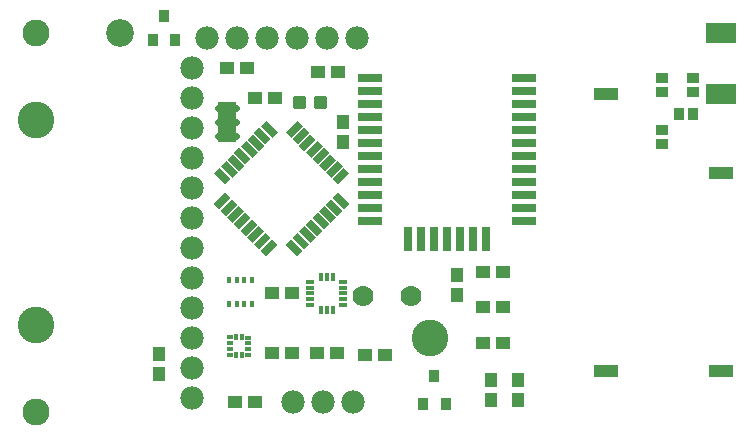
<source format=gts>
G75*
%MOIN*%
%OFA0B0*%
%FSLAX25Y25*%
%IPPOS*%
%LPD*%
%AMOC8*
5,1,8,0,0,1.08239X$1,22.5*
%
%ADD10C,0.12211*%
%ADD11R,0.04731X0.04337*%
%ADD12C,0.01301*%
%ADD13C,0.07800*%
%ADD14R,0.04337X0.04731*%
%ADD15R,0.05400X0.02600*%
%ADD16R,0.02600X0.05400*%
%ADD17R,0.03156X0.01502*%
%ADD18R,0.01502X0.03156*%
%ADD19C,0.02172*%
%ADD20R,0.06040X0.13760*%
%ADD21R,0.08274X0.03156*%
%ADD22R,0.03156X0.08274*%
%ADD23R,0.03746X0.03943*%
%ADD24R,0.03943X0.03746*%
%ADD25C,0.07000*%
%ADD26R,0.03550X0.04337*%
%ADD27R,0.08077X0.04337*%
%ADD28R,0.10243X0.06699*%
%ADD29C,0.09000*%
%ADD30C,0.09258*%
%ADD31R,0.03550X0.03943*%
%ADD32R,0.01778X0.02369*%
%ADD33R,0.01982X0.01568*%
%ADD34R,0.01977X0.01574*%
%ADD35R,0.01984X0.01582*%
%ADD36R,0.01962X0.01581*%
%ADD37R,0.01967X0.01575*%
%ADD38R,0.01967X0.01573*%
%ADD39R,0.01965X0.01582*%
%ADD40R,0.01973X0.01579*%
%ADD41R,0.01570X0.01969*%
%ADD42R,0.01568X0.01974*%
%ADD43R,0.01577X0.01970*%
%ADD44R,0.01582X0.01969*%
D10*
X0036933Y0042921D03*
X0036933Y0111110D03*
X0168035Y0038433D03*
D11*
X0153272Y0032921D03*
X0146579Y0032921D03*
X0137051Y0033315D03*
X0130358Y0033315D03*
X0122051Y0033315D03*
X0115358Y0033315D03*
X0109965Y0017173D03*
X0103272Y0017173D03*
X0115358Y0053315D03*
X0122051Y0053315D03*
X0185949Y0048669D03*
X0192642Y0048669D03*
X0192642Y0036858D03*
X0185949Y0036858D03*
X0185949Y0060480D03*
X0192642Y0060480D03*
X0116539Y0118315D03*
X0109846Y0118315D03*
X0107051Y0128315D03*
X0100358Y0128315D03*
X0130831Y0127016D03*
X0137524Y0127016D03*
D12*
X0130088Y0118416D02*
X0130088Y0115380D01*
X0130088Y0118416D02*
X0133124Y0118416D01*
X0133124Y0115380D01*
X0130088Y0115380D01*
X0130088Y0116680D02*
X0133124Y0116680D01*
X0133124Y0117980D02*
X0130088Y0117980D01*
X0123183Y0118416D02*
X0123183Y0115380D01*
X0123183Y0118416D02*
X0126219Y0118416D01*
X0126219Y0115380D01*
X0123183Y0115380D01*
X0123183Y0116680D02*
X0126219Y0116680D01*
X0126219Y0117980D02*
X0123183Y0117980D01*
D13*
X0123705Y0138315D03*
X0133705Y0138315D03*
X0143705Y0138315D03*
X0113705Y0138315D03*
X0103705Y0138315D03*
X0093705Y0138315D03*
X0088705Y0128315D03*
X0088705Y0118315D03*
X0088705Y0108315D03*
X0088705Y0098315D03*
X0088705Y0088315D03*
X0088705Y0078315D03*
X0088705Y0068315D03*
X0088705Y0058315D03*
X0088705Y0048315D03*
X0088705Y0038315D03*
X0088705Y0028315D03*
X0088705Y0018315D03*
X0122366Y0017173D03*
X0132366Y0017173D03*
X0142366Y0017173D03*
D14*
X0188508Y0017764D03*
X0197563Y0017764D03*
X0197563Y0024457D03*
X0188508Y0024457D03*
X0177091Y0052803D03*
X0177091Y0059496D03*
X0139335Y0103906D03*
X0139335Y0110598D03*
X0077878Y0033118D03*
X0077878Y0026425D03*
D15*
G36*
X0123849Y0065742D02*
X0120032Y0069559D01*
X0121871Y0071398D01*
X0125688Y0067581D01*
X0123849Y0065742D01*
G37*
G36*
X0126076Y0067969D02*
X0122259Y0071786D01*
X0124098Y0073625D01*
X0127915Y0069808D01*
X0126076Y0067969D01*
G37*
G36*
X0128303Y0070196D02*
X0124486Y0074013D01*
X0126325Y0075852D01*
X0130142Y0072035D01*
X0128303Y0070196D01*
G37*
G36*
X0130530Y0072423D02*
X0126713Y0076240D01*
X0128552Y0078079D01*
X0132369Y0074262D01*
X0130530Y0072423D01*
G37*
G36*
X0132757Y0074650D02*
X0128940Y0078467D01*
X0130779Y0080306D01*
X0134596Y0076489D01*
X0132757Y0074650D01*
G37*
G36*
X0134984Y0076878D02*
X0131167Y0080695D01*
X0133006Y0082534D01*
X0136823Y0078717D01*
X0134984Y0076878D01*
G37*
G36*
X0137212Y0079105D02*
X0133395Y0082922D01*
X0135234Y0084761D01*
X0139051Y0080944D01*
X0137212Y0079105D01*
G37*
G36*
X0139439Y0081332D02*
X0135622Y0085149D01*
X0137461Y0086988D01*
X0141278Y0083171D01*
X0139439Y0081332D01*
G37*
G36*
X0108857Y0098551D02*
X0105040Y0102368D01*
X0106879Y0104207D01*
X0110696Y0100390D01*
X0108857Y0098551D01*
G37*
G36*
X0106630Y0096324D02*
X0102813Y0100141D01*
X0104652Y0101980D01*
X0108469Y0098163D01*
X0106630Y0096324D01*
G37*
G36*
X0104403Y0094096D02*
X0100586Y0097913D01*
X0102425Y0099752D01*
X0106242Y0095935D01*
X0104403Y0094096D01*
G37*
G36*
X0102176Y0091869D02*
X0098359Y0095686D01*
X0100198Y0097525D01*
X0104015Y0093708D01*
X0102176Y0091869D01*
G37*
G36*
X0099949Y0089642D02*
X0096132Y0093459D01*
X0097971Y0095298D01*
X0101788Y0091481D01*
X0099949Y0089642D01*
G37*
G36*
X0111084Y0100778D02*
X0107267Y0104595D01*
X0109106Y0106434D01*
X0112923Y0102617D01*
X0111084Y0100778D01*
G37*
G36*
X0113311Y0103005D02*
X0109494Y0106822D01*
X0111333Y0108661D01*
X0115150Y0104844D01*
X0113311Y0103005D01*
G37*
G36*
X0115538Y0105232D02*
X0111721Y0109049D01*
X0113560Y0110888D01*
X0117377Y0107071D01*
X0115538Y0105232D01*
G37*
D16*
G36*
X0121871Y0105232D02*
X0120032Y0107071D01*
X0123849Y0110888D01*
X0125688Y0109049D01*
X0121871Y0105232D01*
G37*
G36*
X0124098Y0103005D02*
X0122259Y0104844D01*
X0126076Y0108661D01*
X0127915Y0106822D01*
X0124098Y0103005D01*
G37*
G36*
X0126325Y0100778D02*
X0124486Y0102617D01*
X0128303Y0106434D01*
X0130142Y0104595D01*
X0126325Y0100778D01*
G37*
G36*
X0128552Y0098551D02*
X0126713Y0100390D01*
X0130530Y0104207D01*
X0132369Y0102368D01*
X0128552Y0098551D01*
G37*
G36*
X0130779Y0096324D02*
X0128940Y0098163D01*
X0132757Y0101980D01*
X0134596Y0100141D01*
X0130779Y0096324D01*
G37*
G36*
X0133006Y0094096D02*
X0131167Y0095935D01*
X0134984Y0099752D01*
X0136823Y0097913D01*
X0133006Y0094096D01*
G37*
G36*
X0135234Y0091869D02*
X0133395Y0093708D01*
X0137212Y0097525D01*
X0139051Y0095686D01*
X0135234Y0091869D01*
G37*
G36*
X0137461Y0089642D02*
X0135622Y0091481D01*
X0139439Y0095298D01*
X0141278Y0093459D01*
X0137461Y0089642D01*
G37*
G36*
X0109106Y0070196D02*
X0107267Y0072035D01*
X0111084Y0075852D01*
X0112923Y0074013D01*
X0109106Y0070196D01*
G37*
G36*
X0111333Y0067969D02*
X0109494Y0069808D01*
X0113311Y0073625D01*
X0115150Y0071786D01*
X0111333Y0067969D01*
G37*
G36*
X0113560Y0065742D02*
X0111721Y0067581D01*
X0115538Y0071398D01*
X0117377Y0069559D01*
X0113560Y0065742D01*
G37*
G36*
X0106879Y0072423D02*
X0105040Y0074262D01*
X0108857Y0078079D01*
X0110696Y0076240D01*
X0106879Y0072423D01*
G37*
G36*
X0104652Y0074650D02*
X0102813Y0076489D01*
X0106630Y0080306D01*
X0108469Y0078467D01*
X0104652Y0074650D01*
G37*
G36*
X0102425Y0076878D02*
X0100586Y0078717D01*
X0104403Y0082534D01*
X0106242Y0080695D01*
X0102425Y0076878D01*
G37*
G36*
X0100198Y0079105D02*
X0098359Y0080944D01*
X0102176Y0084761D01*
X0104015Y0082922D01*
X0100198Y0079105D01*
G37*
G36*
X0097971Y0081332D02*
X0096132Y0083171D01*
X0099949Y0086988D01*
X0101788Y0085149D01*
X0097971Y0081332D01*
G37*
D17*
X0128193Y0057252D03*
X0128193Y0055283D03*
X0128193Y0053315D03*
X0128193Y0051346D03*
X0128193Y0049378D03*
X0139217Y0049378D03*
X0139217Y0051346D03*
X0139217Y0053315D03*
X0139217Y0055283D03*
X0139217Y0057252D03*
D18*
X0135673Y0058827D03*
X0133705Y0058827D03*
X0131736Y0058827D03*
X0131736Y0047803D03*
X0133705Y0047803D03*
X0135673Y0047803D03*
D19*
X0103340Y0105677D02*
X0097612Y0105677D01*
X0097612Y0110402D02*
X0103340Y0110402D01*
X0103340Y0115126D02*
X0097612Y0115126D01*
D20*
X0100486Y0110392D03*
D21*
X0148232Y0112055D03*
X0148232Y0107724D03*
X0148232Y0103394D03*
X0148232Y0099063D03*
X0148232Y0094732D03*
X0148232Y0090402D03*
X0148232Y0086071D03*
X0148232Y0081740D03*
X0148232Y0077409D03*
X0199413Y0077409D03*
X0199413Y0081740D03*
X0199413Y0086071D03*
X0199413Y0090402D03*
X0199413Y0094732D03*
X0199413Y0099063D03*
X0199413Y0103394D03*
X0199413Y0107724D03*
X0199413Y0112055D03*
X0199413Y0116386D03*
X0199413Y0120717D03*
X0199413Y0125047D03*
X0148232Y0125047D03*
X0148232Y0120717D03*
X0148232Y0116386D03*
D22*
X0160831Y0071504D03*
X0165161Y0071504D03*
X0169492Y0071504D03*
X0173823Y0071504D03*
X0178154Y0071504D03*
X0182484Y0071504D03*
X0186815Y0071504D03*
D23*
X0251185Y0113236D03*
X0255752Y0113236D03*
D24*
X0255831Y0120402D03*
X0255831Y0124969D03*
X0245594Y0124969D03*
X0245594Y0120402D03*
X0245594Y0107646D03*
X0245594Y0103079D03*
D25*
X0161736Y0052606D03*
X0145988Y0052606D03*
D26*
X0169610Y0025835D03*
X0165870Y0016386D03*
X0173350Y0016386D03*
D27*
X0226697Y0027409D03*
X0265280Y0027409D03*
X0265280Y0093551D03*
X0226697Y0119929D03*
D28*
X0265280Y0119929D03*
X0265280Y0140008D03*
D29*
X0036933Y0013768D03*
X0036933Y0140264D03*
D30*
X0064925Y0140264D03*
D31*
X0075713Y0137646D03*
X0083193Y0137646D03*
X0079453Y0145913D03*
D32*
X0101205Y0057823D03*
X0103764Y0057823D03*
X0106323Y0057823D03*
X0108882Y0057823D03*
X0108882Y0049752D03*
X0106323Y0049752D03*
X0103764Y0049752D03*
X0101205Y0049752D03*
D33*
X0101651Y0038634D03*
D34*
X0101653Y0036662D03*
D35*
X0101650Y0034689D03*
D36*
X0107645Y0034690D03*
D37*
X0107643Y0036662D03*
D38*
X0107642Y0038631D03*
D39*
X0107644Y0032721D03*
D40*
X0101655Y0032722D03*
D41*
X0105634Y0038672D03*
D42*
X0103663Y0038672D03*
D43*
X0103665Y0032684D03*
D44*
X0105634Y0032681D03*
M02*

</source>
